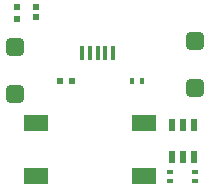
<source format=gtp>
G04*
G04 #@! TF.GenerationSoftware,Altium Limited,Altium Designer,22.5.1 (42)*
G04*
G04 Layer_Color=8421504*
%FSLAX44Y44*%
%MOMM*%
G71*
G04*
G04 #@! TF.SameCoordinates,58EBD81C-6F45-4402-977D-F62170CEE2AC*
G04*
G04*
G04 #@! TF.FilePolarity,Positive*
G04*
G01*
G75*
%ADD16R,2.1000X1.4000*%
%ADD17R,0.6000X0.5000*%
%ADD18R,0.5000X0.5000*%
%ADD19R,0.5000X0.4000*%
%ADD20R,0.4000X0.5000*%
%ADD21R,0.4750X0.5000*%
%ADD22R,0.6000X1.0000*%
%ADD23R,0.4500X1.3000*%
G04:AMPARAMS|DCode=24|XSize=1.524mm|YSize=1.524mm|CornerRadius=0.381mm|HoleSize=0mm|Usage=FLASHONLY|Rotation=90.000|XOffset=0mm|YOffset=0mm|HoleType=Round|Shape=RoundedRectangle|*
%AMROUNDEDRECTD24*
21,1,1.5240,0.7620,0,0,90.0*
21,1,0.7620,1.5240,0,0,90.0*
1,1,0.7620,0.3810,0.3810*
1,1,0.7620,0.3810,-0.3810*
1,1,0.7620,-0.3810,-0.3810*
1,1,0.7620,-0.3810,0.3810*
%
%ADD24ROUNDEDRECTD24*%
D16*
X29430Y19410D02*
D03*
X120430D02*
D03*
X29430Y64410D02*
D03*
X120430D02*
D03*
D17*
X29111Y153833D02*
D03*
Y162833D02*
D03*
D18*
X12700Y152480D02*
D03*
Y162480D02*
D03*
D19*
X142240Y15050D02*
D03*
Y23050D02*
D03*
X163830Y15050D02*
D03*
Y23050D02*
D03*
D20*
X118490Y100330D02*
D03*
X110490D02*
D03*
D21*
X49485D02*
D03*
X59735D02*
D03*
D22*
X144170Y36030D02*
D03*
X153670D02*
D03*
X163170D02*
D03*
Y63030D02*
D03*
X153670D02*
D03*
X144170D02*
D03*
D23*
X74780Y123400D02*
D03*
X81280D02*
D03*
X87780D02*
D03*
X68280D02*
D03*
X94280D02*
D03*
D24*
X163830Y93980D02*
D03*
Y133980D02*
D03*
X11430Y88900D02*
D03*
Y128900D02*
D03*
M02*

</source>
